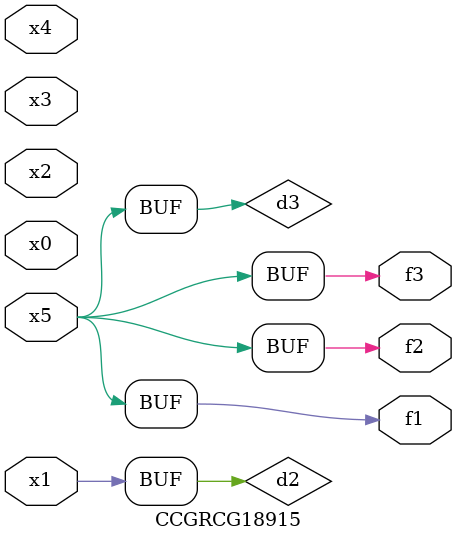
<source format=v>
module CCGRCG18915(
	input x0, x1, x2, x3, x4, x5,
	output f1, f2, f3
);

	wire d1, d2, d3;

	not (d1, x5);
	or (d2, x1);
	xnor (d3, d1);
	assign f1 = d3;
	assign f2 = d3;
	assign f3 = d3;
endmodule

</source>
